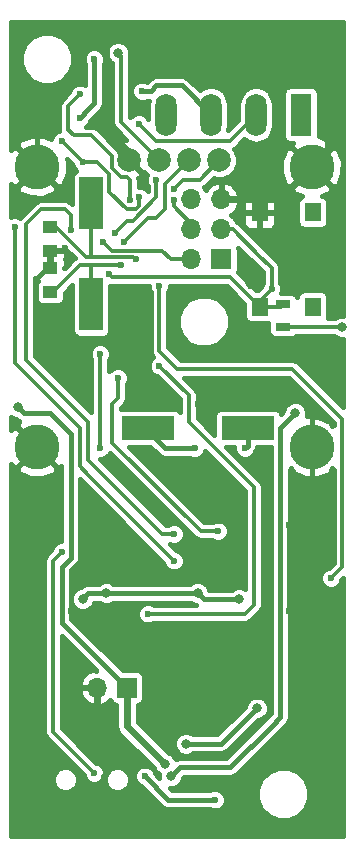
<source format=gbr>
G04 #@! TF.FileFunction,Copper,L2,Bot,Signal*
%FSLAX46Y46*%
G04 Gerber Fmt 4.6, Leading zero omitted, Abs format (unit mm)*
G04 Created by KiCad (PCBNEW 4.0.5) date 03/28/17 16:53:09*
%MOMM*%
%LPD*%
G01*
G04 APERTURE LIST*
%ADD10C,0.100000*%
%ADD11R,1.250000X1.000000*%
%ADD12R,1.700000X1.700000*%
%ADD13O,1.700000X1.700000*%
%ADD14R,1.300000X0.700000*%
%ADD15R,4.500000X2.000000*%
%ADD16R,2.000000X4.500000*%
%ADD17C,2.000000*%
%ADD18C,3.800000*%
%ADD19R,1.400000X1.600000*%
%ADD20R,1.800000X3.600000*%
%ADD21O,1.800000X3.600000*%
%ADD22C,0.800000*%
%ADD23C,0.600000*%
%ADD24C,0.400000*%
%ADD25C,0.500000*%
%ADD26C,0.300000*%
%ADD27C,0.600000*%
G04 APERTURE END LIST*
D10*
D11*
X128750000Y-72000000D03*
X128750000Y-74000000D03*
X128750000Y-70500000D03*
X128750000Y-68500000D03*
D12*
X135250000Y-107500000D03*
D13*
X132710000Y-107500000D03*
D14*
X148500000Y-75050000D03*
X148500000Y-76950000D03*
D15*
X137000000Y-85500000D03*
X145500000Y-85500000D03*
D16*
X132250000Y-75000000D03*
X132250000Y-66500000D03*
D12*
X143250000Y-71250000D03*
D13*
X140710000Y-71250000D03*
X143250000Y-68710000D03*
X140710000Y-68710000D03*
X143250000Y-66170000D03*
X140710000Y-66170000D03*
D17*
X143060000Y-62850000D03*
X140520000Y-62850000D03*
X137980000Y-62850000D03*
X135440000Y-62850000D03*
D18*
X150900000Y-63400000D03*
X127650000Y-63400000D03*
X127650000Y-87150000D03*
X150900000Y-87150000D03*
D19*
X151000000Y-67250000D03*
X151000000Y-75250000D03*
X146500000Y-67250000D03*
X146500000Y-75250000D03*
D20*
X150000000Y-59000000D03*
D21*
X146190000Y-59000000D03*
X142380000Y-59000000D03*
X138570000Y-59000000D03*
D22*
X149500000Y-84250000D03*
X139000000Y-115000000D03*
D23*
X139500000Y-79000000D03*
X152000000Y-79250000D03*
X151250000Y-83750000D03*
X150250000Y-72250000D03*
X147500000Y-69750000D03*
X145500000Y-71750000D03*
X144250000Y-74500000D03*
X145750000Y-73500000D03*
X146500000Y-89500000D03*
X147250000Y-93750000D03*
X128750000Y-59000000D03*
X130000000Y-70250000D03*
X131500000Y-82500000D03*
X137000000Y-77750000D03*
X139250000Y-83500000D03*
X141250000Y-83500000D03*
X144750000Y-96000000D03*
X134000000Y-94000000D03*
X131500000Y-93250000D03*
X131500000Y-97000000D03*
X130500000Y-101000000D03*
X126000000Y-94000000D03*
X127800000Y-115500000D03*
X127500000Y-102750000D03*
X149000000Y-101000000D03*
X152500000Y-103000000D03*
X144250000Y-115250000D03*
X144250000Y-119000000D03*
X149000000Y-93750000D03*
X143000000Y-102750000D03*
X142750000Y-106750000D03*
X136500000Y-56000000D03*
X133250000Y-118250000D03*
X133250000Y-115500000D03*
D22*
X126000000Y-83750000D03*
X138500000Y-114000000D03*
D23*
X147500000Y-73750000D03*
X133750000Y-72500000D03*
D22*
X133500000Y-99500000D03*
X144750000Y-100000000D03*
X131500000Y-100000000D03*
X141250000Y-99500000D03*
X153500000Y-77000000D03*
X134500000Y-53750000D03*
X140250000Y-112250000D03*
X146250000Y-109250000D03*
D23*
X134750000Y-71750000D03*
X136000000Y-71250000D03*
X125750000Y-68500000D03*
X139250000Y-96750000D03*
X130500000Y-68750000D03*
X139250000Y-94500000D03*
X129750000Y-96000000D03*
X132500000Y-114750000D03*
X136250000Y-59750000D03*
X152500000Y-98250000D03*
X138000000Y-73500000D03*
X138000000Y-80250000D03*
X137000000Y-101250000D03*
X134500000Y-81250000D03*
X143000000Y-94250000D03*
X133000000Y-87250000D03*
X133000000Y-79250000D03*
X136750000Y-115000000D03*
X142750000Y-117000000D03*
X141000000Y-87250000D03*
X145250000Y-87250000D03*
X136500000Y-57000000D03*
X136250000Y-66000000D03*
X131500000Y-63000000D03*
X129750000Y-61250000D03*
X131250000Y-59250000D03*
X132500000Y-54250000D03*
X131250000Y-57250000D03*
X135500000Y-66250000D03*
X133250000Y-69750000D03*
X139250000Y-66250000D03*
X135000000Y-69750000D03*
X139250000Y-65250000D03*
X137750000Y-64500000D03*
X134250000Y-69000000D03*
D24*
X148250000Y-87750000D02*
X148250000Y-110000000D01*
X148250000Y-110000000D02*
X147500000Y-110750000D01*
X148250000Y-85500000D02*
X149500000Y-84250000D01*
X148250000Y-87750000D02*
X148250000Y-85500000D01*
X148250000Y-87750000D02*
X148250000Y-87750000D01*
X144000000Y-114250000D02*
X147500000Y-110750000D01*
X139750000Y-114250000D02*
X144000000Y-114250000D01*
X139000000Y-115000000D02*
X139750000Y-114250000D01*
X151750000Y-79000000D02*
X139500000Y-79000000D01*
X152000000Y-79250000D02*
X151750000Y-79000000D01*
D25*
X145500000Y-71750000D02*
X145500000Y-73250000D01*
X150250000Y-72250000D02*
X147750000Y-69750000D01*
X147750000Y-69750000D02*
X147500000Y-69750000D01*
X151000000Y-83750000D02*
X151250000Y-83750000D01*
X145500000Y-73250000D02*
X145750000Y-73500000D01*
D24*
X147250000Y-90250000D02*
X147250000Y-93750000D01*
X146500000Y-89500000D02*
X147250000Y-90250000D01*
X128750000Y-72000000D02*
X128500000Y-72000000D01*
X128500000Y-72000000D02*
X127750000Y-72750000D01*
X130250000Y-80250000D02*
X131500000Y-80250000D01*
X127500000Y-77500000D02*
X130250000Y-80250000D01*
X127500000Y-73000000D02*
X127500000Y-77500000D01*
X127750000Y-72750000D02*
X127500000Y-73000000D01*
X127650000Y-63400000D02*
X127650000Y-60100000D01*
X127650000Y-60100000D02*
X128750000Y-59000000D01*
X129750000Y-70500000D02*
X128750000Y-70500000D01*
X130000000Y-70250000D02*
X129750000Y-70500000D01*
X128750000Y-70500000D02*
X128750000Y-72000000D01*
D26*
X128750000Y-72000000D02*
X128750000Y-70500000D01*
D24*
X131500000Y-82500000D02*
X131500000Y-80250000D01*
X131500000Y-80250000D02*
X131500000Y-78750000D01*
X131500000Y-78750000D02*
X132000000Y-78250000D01*
X132000000Y-78250000D02*
X135500000Y-78250000D01*
X135500000Y-78250000D02*
X136000000Y-78750000D01*
X137000000Y-77750000D02*
X136000000Y-78750000D01*
X136000000Y-78750000D02*
X136000000Y-80250000D01*
X136000000Y-80250000D02*
X139250000Y-83500000D01*
X141250000Y-83500000D02*
X142250000Y-82500000D01*
X142250000Y-82500000D02*
X149750000Y-82500000D01*
X149750000Y-82500000D02*
X151000000Y-83750000D01*
X151000000Y-83750000D02*
X150900000Y-83650000D01*
X150900000Y-83650000D02*
X150900000Y-87150000D01*
X134000000Y-94000000D02*
X134000000Y-95500000D01*
X142750000Y-98000000D02*
X144750000Y-96000000D01*
X136500000Y-98000000D02*
X142750000Y-98000000D01*
X134000000Y-95500000D02*
X136500000Y-98000000D01*
X132250000Y-94000000D02*
X134000000Y-94000000D01*
X131500000Y-93250000D02*
X132250000Y-94000000D01*
X131500000Y-98000000D02*
X131500000Y-97000000D01*
X130500000Y-99000000D02*
X131500000Y-98000000D01*
X130500000Y-101000000D02*
X130500000Y-99000000D01*
X127500000Y-102750000D02*
X126750000Y-102750000D01*
X126000000Y-102000000D02*
X126000000Y-94000000D01*
X126750000Y-102750000D02*
X126000000Y-102000000D01*
X127500000Y-115200000D02*
X127500000Y-102750000D01*
X127500000Y-115200000D02*
X127800000Y-115500000D01*
X149000000Y-93750000D02*
X149000000Y-101000000D01*
X152500000Y-103000000D02*
X152000000Y-103500000D01*
X152000000Y-103500000D02*
X152000000Y-107500000D01*
X152000000Y-107500000D02*
X144250000Y-115250000D01*
X144250000Y-119000000D02*
X143750000Y-119500000D01*
X143750000Y-119500000D02*
X134500000Y-119500000D01*
X134500000Y-119500000D02*
X133250000Y-118250000D01*
X149000000Y-93750000D02*
X150900000Y-91850000D01*
X150900000Y-91850000D02*
X150900000Y-87150000D01*
X143000000Y-106500000D02*
X143000000Y-102750000D01*
X142750000Y-106750000D02*
X143000000Y-106500000D01*
D27*
X146500000Y-67250000D02*
X146500000Y-66170000D01*
X146500000Y-66170000D02*
X146500000Y-66250000D01*
X146500000Y-66250000D02*
X146500000Y-66170000D01*
X143250000Y-66170000D02*
X146500000Y-66170000D01*
X146500000Y-66170000D02*
X148130000Y-66170000D01*
X148130000Y-66170000D02*
X150900000Y-63400000D01*
D24*
X138000000Y-54500000D02*
X138000000Y-52250000D01*
X136500000Y-56000000D02*
X138000000Y-54500000D01*
D27*
X135440000Y-62850000D02*
X135440000Y-62190000D01*
X135440000Y-62190000D02*
X133500000Y-60250000D01*
X133500000Y-60250000D02*
X133500000Y-53000000D01*
X133500000Y-53000000D02*
X134250000Y-52250000D01*
X134250000Y-52250000D02*
X138000000Y-52250000D01*
X138000000Y-52250000D02*
X148750000Y-52250000D01*
X148750000Y-52250000D02*
X152250000Y-55750000D01*
X152250000Y-55750000D02*
X152250000Y-62050000D01*
X152250000Y-62050000D02*
X150900000Y-63400000D01*
D24*
X133250000Y-115500000D02*
X133250000Y-115000000D01*
X132710000Y-110460000D02*
X132710000Y-107500000D01*
X133750000Y-111500000D02*
X132710000Y-110460000D01*
X133750000Y-114500000D02*
X133750000Y-111500000D01*
X133250000Y-115000000D02*
X133750000Y-114500000D01*
D26*
X133250000Y-115500000D02*
X133250000Y-118250000D01*
D24*
X130500000Y-102750000D02*
X129750000Y-102000000D01*
X130500000Y-96500000D02*
X130500000Y-86000000D01*
X129750000Y-97250000D02*
X130500000Y-96500000D01*
X129750000Y-102000000D02*
X129750000Y-97250000D01*
X130500000Y-86000000D02*
X128750000Y-84250000D01*
X126500000Y-84250000D02*
X128750000Y-84250000D01*
X126000000Y-83750000D02*
X126500000Y-84250000D01*
X130500000Y-102750000D02*
X135250000Y-107500000D01*
D27*
X135250000Y-110750000D02*
X135250000Y-107500000D01*
X138500000Y-114000000D02*
X135250000Y-110750000D01*
D26*
X146500000Y-71000000D02*
X147250000Y-71750000D01*
X144210000Y-68710000D02*
X146500000Y-71000000D01*
X143250000Y-68710000D02*
X144210000Y-68710000D01*
X147500000Y-73750000D02*
X146500000Y-74750000D01*
X147500000Y-72000000D02*
X147500000Y-73750000D01*
X147250000Y-71750000D02*
X147500000Y-72000000D01*
X146500000Y-74750000D02*
X146500000Y-75250000D01*
X133750000Y-72500000D02*
X134000000Y-72750000D01*
X134000000Y-72750000D02*
X144000000Y-72750000D01*
X144000000Y-72750000D02*
X146500000Y-75250000D01*
X146500000Y-75250000D02*
X148300000Y-75250000D01*
X148300000Y-75250000D02*
X148500000Y-75050000D01*
D24*
X141250000Y-99500000D02*
X141750000Y-100000000D01*
X141750000Y-100000000D02*
X144750000Y-100000000D01*
X131500000Y-100000000D02*
X132000000Y-99500000D01*
X132000000Y-99500000D02*
X133500000Y-99500000D01*
X133500000Y-99500000D02*
X141250000Y-99500000D01*
D26*
X148500000Y-76950000D02*
X153450000Y-76950000D01*
X153450000Y-76950000D02*
X153500000Y-77000000D01*
X134750000Y-59620000D02*
X137980000Y-62850000D01*
X134750000Y-54000000D02*
X134750000Y-59620000D01*
X134500000Y-53750000D02*
X134750000Y-54000000D01*
D24*
X143250000Y-112250000D02*
X140250000Y-112250000D01*
X146250000Y-109250000D02*
X143250000Y-112250000D01*
D26*
X132250000Y-75000000D02*
X132250000Y-71750000D01*
X128750000Y-74000000D02*
X129000000Y-74000000D01*
X129000000Y-74000000D02*
X131250000Y-71750000D01*
X131250000Y-71750000D02*
X132000000Y-71750000D01*
X134750000Y-71750000D02*
X132250000Y-71750000D01*
X132250000Y-71750000D02*
X132000000Y-71750000D01*
X132250000Y-66500000D02*
X132250000Y-71000000D01*
X128750000Y-68500000D02*
X129250000Y-68500000D01*
X129250000Y-68500000D02*
X131750000Y-71000000D01*
X131750000Y-71000000D02*
X132250000Y-71000000D01*
X132250000Y-71000000D02*
X135750000Y-71000000D01*
X135750000Y-71000000D02*
X136000000Y-71250000D01*
X128750000Y-68500000D02*
X129000000Y-68500000D01*
X132250000Y-67750000D02*
X132250000Y-66500000D01*
X134500000Y-92000000D02*
X132000000Y-89500000D01*
X131250000Y-85500000D02*
X125750000Y-80000000D01*
X131250000Y-88750000D02*
X131250000Y-85500000D01*
X132000000Y-89500000D02*
X131250000Y-88750000D01*
X125750000Y-68500000D02*
X125750000Y-80000000D01*
X134500000Y-92000000D02*
X139250000Y-96750000D01*
X139250000Y-94500000D02*
X138250000Y-94500000D01*
X132000000Y-85000000D02*
X126750000Y-79750000D01*
X132000000Y-88250000D02*
X132000000Y-85000000D01*
X138250000Y-94500000D02*
X132000000Y-88250000D01*
X126750000Y-68250000D02*
X126750000Y-79750000D01*
X128000000Y-67000000D02*
X126750000Y-68250000D01*
X130000000Y-67000000D02*
X128000000Y-67000000D01*
X130500000Y-67500000D02*
X130000000Y-67000000D01*
X130500000Y-68750000D02*
X130500000Y-67500000D01*
X129750000Y-96000000D02*
X129000000Y-96750000D01*
X129000000Y-111250000D02*
X129750000Y-112000000D01*
X129000000Y-96750000D02*
X129000000Y-111250000D01*
X129750000Y-112000000D02*
X131250000Y-113500000D01*
X132500000Y-114750000D02*
X131250000Y-113500000D01*
X136250000Y-59750000D02*
X137750000Y-61250000D01*
X137750000Y-61250000D02*
X143940000Y-61250000D01*
X143940000Y-61250000D02*
X146190000Y-59000000D01*
X153500000Y-97250000D02*
X152500000Y-98250000D01*
X153500000Y-84750000D02*
X153500000Y-97250000D01*
X149250000Y-80500000D02*
X153500000Y-84750000D01*
X139500000Y-80500000D02*
X149250000Y-80500000D01*
X138000000Y-79000000D02*
X139500000Y-80500000D01*
X138000000Y-76000000D02*
X138000000Y-79000000D01*
X138000000Y-73500000D02*
X138000000Y-76000000D01*
X141750000Y-86250000D02*
X143000000Y-87500000D01*
X146000000Y-90500000D02*
X146000000Y-98750000D01*
X143000000Y-87500000D02*
X146000000Y-90500000D01*
X138000000Y-80250000D02*
X140500000Y-82750000D01*
X146000000Y-98750000D02*
X146000000Y-100500000D01*
X146000000Y-100500000D02*
X145250000Y-101250000D01*
X145250000Y-101250000D02*
X137000000Y-101250000D01*
X140500000Y-85000000D02*
X141750000Y-86250000D01*
X140500000Y-82750000D02*
X140500000Y-85000000D01*
X134000000Y-85500000D02*
X134000000Y-86750000D01*
X134500000Y-81250000D02*
X134500000Y-83000000D01*
X134500000Y-83000000D02*
X134000000Y-83500000D01*
X134000000Y-83500000D02*
X134000000Y-85500000D01*
X141500000Y-94250000D02*
X143000000Y-94250000D01*
X134000000Y-86750000D02*
X141500000Y-94250000D01*
X133000000Y-79250000D02*
X133000000Y-87250000D01*
D24*
X136750000Y-115000000D02*
X138750000Y-117000000D01*
X138750000Y-117000000D02*
X142750000Y-117000000D01*
X141000000Y-87250000D02*
X138500000Y-87250000D01*
X138500000Y-87250000D02*
X137000000Y-85750000D01*
X137000000Y-85750000D02*
X137000000Y-85500000D01*
X145500000Y-87000000D02*
X145500000Y-85500000D01*
X145250000Y-87250000D02*
X145500000Y-87000000D01*
X136500000Y-57000000D02*
X137250000Y-57000000D01*
X139880000Y-56500000D02*
X142380000Y-59000000D01*
X137750000Y-56500000D02*
X139880000Y-56500000D01*
X137250000Y-57000000D02*
X137750000Y-56500000D01*
D26*
X132750000Y-63000000D02*
X133750000Y-64000000D01*
X131500000Y-63000000D02*
X132750000Y-63000000D01*
X133750000Y-65500000D02*
X133750000Y-64000000D01*
X135250000Y-67000000D02*
X133750000Y-65500000D01*
X136000000Y-67000000D02*
X135250000Y-67000000D01*
X136250000Y-66750000D02*
X136000000Y-67000000D01*
X136250000Y-66000000D02*
X136250000Y-66750000D01*
X129750000Y-61250000D02*
X131500000Y-63000000D01*
D24*
X132500000Y-54500000D02*
X132500000Y-54250000D01*
X132500000Y-58000000D02*
X132000000Y-58500000D01*
X132500000Y-54500000D02*
X132500000Y-58000000D01*
X132000000Y-58500000D02*
X131250000Y-59250000D01*
D26*
X130250000Y-58250000D02*
X130250000Y-60250000D01*
X131250000Y-57250000D02*
X130250000Y-58250000D01*
X130750000Y-60750000D02*
X132250000Y-60750000D01*
X132250000Y-60750000D02*
X134000000Y-62500000D01*
X134000000Y-62500000D02*
X134000000Y-63500000D01*
X134000000Y-63500000D02*
X134250000Y-63750000D01*
X130250000Y-60250000D02*
X130750000Y-60750000D01*
X134750000Y-64250000D02*
X134250000Y-63750000D01*
X135250000Y-64250000D02*
X134750000Y-64250000D01*
X135500000Y-64500000D02*
X135250000Y-64250000D01*
X135500000Y-66250000D02*
X135500000Y-64500000D01*
X140710000Y-71250000D02*
X139000000Y-71250000D01*
X134000000Y-70500000D02*
X133250000Y-69750000D01*
X138250000Y-70500000D02*
X134000000Y-70500000D01*
X139000000Y-71250000D02*
X138250000Y-70500000D01*
X140710000Y-68210000D02*
X139250000Y-66750000D01*
X139250000Y-66500000D02*
X139250000Y-66750000D01*
X139250000Y-66250000D02*
X139250000Y-66500000D01*
X140710000Y-68210000D02*
X140710000Y-68710000D01*
X137750000Y-67750000D02*
X138500000Y-67000000D01*
X138500000Y-67000000D02*
X138500000Y-64870000D01*
X140520000Y-62850000D02*
X138500000Y-64870000D01*
X135000000Y-69750000D02*
X137000000Y-67750000D01*
X137000000Y-67750000D02*
X137250000Y-67750000D01*
X137250000Y-67750000D02*
X137750000Y-67750000D01*
X143060000Y-62850000D02*
X141410000Y-64500000D01*
X140000000Y-64500000D02*
X141410000Y-64500000D01*
X139250000Y-65250000D02*
X140000000Y-64500000D01*
X137750000Y-66000000D02*
X137750000Y-64500000D01*
X135750000Y-68000000D02*
X137750000Y-66000000D01*
X135250000Y-68000000D02*
X135750000Y-68000000D01*
X134250000Y-69000000D02*
X135250000Y-68000000D01*
D24*
G36*
X125432806Y-84597264D02*
X125800215Y-84749826D01*
X125868515Y-84749886D01*
X125934315Y-84815686D01*
X126146240Y-84957290D01*
X126131033Y-84967451D01*
X125933493Y-85357126D01*
X127650000Y-87073632D01*
X127664142Y-87059490D01*
X127740510Y-87135858D01*
X127726368Y-87150000D01*
X129442874Y-88866507D01*
X129700000Y-88736161D01*
X129700000Y-95099956D01*
X129571764Y-95099844D01*
X129240857Y-95236572D01*
X128987462Y-95489525D01*
X128850157Y-95820194D01*
X128850140Y-95839200D01*
X128469670Y-96219670D01*
X128307090Y-96462987D01*
X128250000Y-96750000D01*
X128250000Y-111250000D01*
X128307090Y-111537013D01*
X128469670Y-111780330D01*
X131599859Y-114910519D01*
X131599844Y-114928236D01*
X131736572Y-115259143D01*
X131989525Y-115512538D01*
X132320194Y-115649843D01*
X132678236Y-115650156D01*
X133009143Y-115513428D01*
X133014638Y-115507942D01*
X133399818Y-115507942D01*
X133559334Y-115894000D01*
X133854446Y-116189628D01*
X134240226Y-116349818D01*
X134657942Y-116350182D01*
X135044000Y-116190666D01*
X135339628Y-115895554D01*
X135499818Y-115509774D01*
X135500182Y-115092058D01*
X135340666Y-114706000D01*
X135045554Y-114410372D01*
X134659774Y-114250182D01*
X134242058Y-114249818D01*
X133856000Y-114409334D01*
X133560372Y-114704446D01*
X133400182Y-115090226D01*
X133399818Y-115507942D01*
X133014638Y-115507942D01*
X133262538Y-115260475D01*
X133399843Y-114929806D01*
X133400156Y-114571764D01*
X133263428Y-114240857D01*
X133010475Y-113987462D01*
X132679806Y-113850157D01*
X132660800Y-113850140D01*
X129750000Y-110939340D01*
X129750000Y-107796914D01*
X131180550Y-107796914D01*
X131410597Y-108359608D01*
X131838466Y-108791434D01*
X132399018Y-109026651D01*
X132413086Y-109029446D01*
X132656000Y-108879944D01*
X132656000Y-107554000D01*
X131329932Y-107554000D01*
X131180550Y-107796914D01*
X129750000Y-107796914D01*
X129750000Y-103131371D01*
X129934314Y-103315685D01*
X129934317Y-103315687D01*
X132655998Y-106037369D01*
X132655998Y-106120055D01*
X132413086Y-105970554D01*
X132399018Y-105973349D01*
X131838466Y-106208566D01*
X131410597Y-106640392D01*
X131180550Y-107203086D01*
X131329932Y-107446000D01*
X132656000Y-107446000D01*
X132656000Y-107426000D01*
X132764000Y-107426000D01*
X132764000Y-107446000D01*
X132784000Y-107446000D01*
X132784000Y-107554000D01*
X132764000Y-107554000D01*
X132764000Y-108879944D01*
X133006914Y-109029446D01*
X133020982Y-109026651D01*
X133581534Y-108791434D01*
X133825061Y-108545655D01*
X133830083Y-108572346D01*
X133961490Y-108776558D01*
X134161993Y-108913556D01*
X134350000Y-108951629D01*
X134350000Y-110750000D01*
X134418508Y-111094415D01*
X134613604Y-111386396D01*
X137552341Y-114325133D01*
X137651747Y-114565714D01*
X137932806Y-114847264D01*
X138000109Y-114875211D01*
X137999896Y-115118526D01*
X137612852Y-114731482D01*
X137513428Y-114490857D01*
X137260475Y-114237462D01*
X136929806Y-114100157D01*
X136571764Y-114099844D01*
X136240857Y-114236572D01*
X135987462Y-114489525D01*
X135850157Y-114820194D01*
X135849844Y-115178236D01*
X135986572Y-115509143D01*
X136239525Y-115762538D01*
X136481746Y-115863117D01*
X138184314Y-117565685D01*
X138443853Y-117739104D01*
X138750000Y-117800000D01*
X142329744Y-117800000D01*
X142570194Y-117899843D01*
X142928236Y-117900156D01*
X143259143Y-117763428D01*
X143512538Y-117510475D01*
X143649843Y-117179806D01*
X143650056Y-116935687D01*
X146299619Y-116935687D01*
X146633843Y-117744572D01*
X147252173Y-118363982D01*
X148060473Y-118699618D01*
X148935687Y-118700381D01*
X149744572Y-118366157D01*
X150363982Y-117747827D01*
X150699618Y-116939527D01*
X150700381Y-116064313D01*
X150366157Y-115255428D01*
X149747827Y-114636018D01*
X148939527Y-114300382D01*
X148064313Y-114299619D01*
X147255428Y-114633843D01*
X146636018Y-115252173D01*
X146300382Y-116060473D01*
X146299619Y-116935687D01*
X143650056Y-116935687D01*
X143650156Y-116821764D01*
X143513428Y-116490857D01*
X143260475Y-116237462D01*
X142929806Y-116100157D01*
X142571764Y-116099844D01*
X142329368Y-116200000D01*
X139081371Y-116200000D01*
X138881267Y-115999897D01*
X139198040Y-116000173D01*
X139565714Y-115848253D01*
X139847264Y-115567194D01*
X139999826Y-115199785D01*
X139999886Y-115131485D01*
X140081371Y-115050000D01*
X144000000Y-115050000D01*
X144306147Y-114989104D01*
X144565685Y-114815685D01*
X148065685Y-111315686D01*
X148065687Y-111315683D01*
X148815685Y-110565686D01*
X148989104Y-110306147D01*
X149000307Y-110249826D01*
X149050000Y-110000000D01*
X149050000Y-89054986D01*
X149060692Y-89065678D01*
X149183494Y-88942876D01*
X149381033Y-89332549D01*
X150331883Y-89747696D01*
X151369223Y-89767367D01*
X152335129Y-89388568D01*
X152418967Y-89332549D01*
X152616506Y-88942876D01*
X152739308Y-89065678D01*
X152750000Y-89054986D01*
X152750000Y-96939340D01*
X152339481Y-97349859D01*
X152321764Y-97349844D01*
X151990857Y-97486572D01*
X151737462Y-97739525D01*
X151600157Y-98070194D01*
X151599844Y-98428236D01*
X151736572Y-98759143D01*
X151989525Y-99012538D01*
X152320194Y-99149843D01*
X152678236Y-99150156D01*
X153009143Y-99013428D01*
X153262538Y-98760475D01*
X153399843Y-98429806D01*
X153399860Y-98410800D01*
X153575000Y-98235660D01*
X153575000Y-120075000D01*
X125425000Y-120075000D01*
X125425000Y-115507942D01*
X128999818Y-115507942D01*
X129159334Y-115894000D01*
X129454446Y-116189628D01*
X129840226Y-116349818D01*
X130257942Y-116350182D01*
X130644000Y-116190666D01*
X130939628Y-115895554D01*
X131099818Y-115509774D01*
X131100182Y-115092058D01*
X130940666Y-114706000D01*
X130645554Y-114410372D01*
X130259774Y-114250182D01*
X129842058Y-114249818D01*
X129456000Y-114409334D01*
X129160372Y-114704446D01*
X129000182Y-115090226D01*
X128999818Y-115507942D01*
X125425000Y-115507942D01*
X125425000Y-88942874D01*
X125933493Y-88942874D01*
X126131033Y-89332549D01*
X127081883Y-89747696D01*
X128119223Y-89767367D01*
X129085129Y-89388568D01*
X129168967Y-89332549D01*
X129366507Y-88942874D01*
X127650000Y-87226368D01*
X125933493Y-88942874D01*
X125425000Y-88942874D01*
X125425000Y-88605435D01*
X125467451Y-88668967D01*
X125857126Y-88866507D01*
X127573632Y-87150000D01*
X125857126Y-85433493D01*
X125467451Y-85631033D01*
X125425000Y-85728262D01*
X125425000Y-84589444D01*
X125432806Y-84597264D01*
X125432806Y-84597264D01*
G37*
X125432806Y-84597264D02*
X125800215Y-84749826D01*
X125868515Y-84749886D01*
X125934315Y-84815686D01*
X126146240Y-84957290D01*
X126131033Y-84967451D01*
X125933493Y-85357126D01*
X127650000Y-87073632D01*
X127664142Y-87059490D01*
X127740510Y-87135858D01*
X127726368Y-87150000D01*
X129442874Y-88866507D01*
X129700000Y-88736161D01*
X129700000Y-95099956D01*
X129571764Y-95099844D01*
X129240857Y-95236572D01*
X128987462Y-95489525D01*
X128850157Y-95820194D01*
X128850140Y-95839200D01*
X128469670Y-96219670D01*
X128307090Y-96462987D01*
X128250000Y-96750000D01*
X128250000Y-111250000D01*
X128307090Y-111537013D01*
X128469670Y-111780330D01*
X131599859Y-114910519D01*
X131599844Y-114928236D01*
X131736572Y-115259143D01*
X131989525Y-115512538D01*
X132320194Y-115649843D01*
X132678236Y-115650156D01*
X133009143Y-115513428D01*
X133014638Y-115507942D01*
X133399818Y-115507942D01*
X133559334Y-115894000D01*
X133854446Y-116189628D01*
X134240226Y-116349818D01*
X134657942Y-116350182D01*
X135044000Y-116190666D01*
X135339628Y-115895554D01*
X135499818Y-115509774D01*
X135500182Y-115092058D01*
X135340666Y-114706000D01*
X135045554Y-114410372D01*
X134659774Y-114250182D01*
X134242058Y-114249818D01*
X133856000Y-114409334D01*
X133560372Y-114704446D01*
X133400182Y-115090226D01*
X133399818Y-115507942D01*
X133014638Y-115507942D01*
X133262538Y-115260475D01*
X133399843Y-114929806D01*
X133400156Y-114571764D01*
X133263428Y-114240857D01*
X133010475Y-113987462D01*
X132679806Y-113850157D01*
X132660800Y-113850140D01*
X129750000Y-110939340D01*
X129750000Y-107796914D01*
X131180550Y-107796914D01*
X131410597Y-108359608D01*
X131838466Y-108791434D01*
X132399018Y-109026651D01*
X132413086Y-109029446D01*
X132656000Y-108879944D01*
X132656000Y-107554000D01*
X131329932Y-107554000D01*
X131180550Y-107796914D01*
X129750000Y-107796914D01*
X129750000Y-103131371D01*
X129934314Y-103315685D01*
X129934317Y-103315687D01*
X132655998Y-106037369D01*
X132655998Y-106120055D01*
X132413086Y-105970554D01*
X132399018Y-105973349D01*
X131838466Y-106208566D01*
X131410597Y-106640392D01*
X131180550Y-107203086D01*
X131329932Y-107446000D01*
X132656000Y-107446000D01*
X132656000Y-107426000D01*
X132764000Y-107426000D01*
X132764000Y-107446000D01*
X132784000Y-107446000D01*
X132784000Y-107554000D01*
X132764000Y-107554000D01*
X132764000Y-108879944D01*
X133006914Y-109029446D01*
X133020982Y-109026651D01*
X133581534Y-108791434D01*
X133825061Y-108545655D01*
X133830083Y-108572346D01*
X133961490Y-108776558D01*
X134161993Y-108913556D01*
X134350000Y-108951629D01*
X134350000Y-110750000D01*
X134418508Y-111094415D01*
X134613604Y-111386396D01*
X137552341Y-114325133D01*
X137651747Y-114565714D01*
X137932806Y-114847264D01*
X138000109Y-114875211D01*
X137999896Y-115118526D01*
X137612852Y-114731482D01*
X137513428Y-114490857D01*
X137260475Y-114237462D01*
X136929806Y-114100157D01*
X136571764Y-114099844D01*
X136240857Y-114236572D01*
X135987462Y-114489525D01*
X135850157Y-114820194D01*
X135849844Y-115178236D01*
X135986572Y-115509143D01*
X136239525Y-115762538D01*
X136481746Y-115863117D01*
X138184314Y-117565685D01*
X138443853Y-117739104D01*
X138750000Y-117800000D01*
X142329744Y-117800000D01*
X142570194Y-117899843D01*
X142928236Y-117900156D01*
X143259143Y-117763428D01*
X143512538Y-117510475D01*
X143649843Y-117179806D01*
X143650056Y-116935687D01*
X146299619Y-116935687D01*
X146633843Y-117744572D01*
X147252173Y-118363982D01*
X148060473Y-118699618D01*
X148935687Y-118700381D01*
X149744572Y-118366157D01*
X150363982Y-117747827D01*
X150699618Y-116939527D01*
X150700381Y-116064313D01*
X150366157Y-115255428D01*
X149747827Y-114636018D01*
X148939527Y-114300382D01*
X148064313Y-114299619D01*
X147255428Y-114633843D01*
X146636018Y-115252173D01*
X146300382Y-116060473D01*
X146299619Y-116935687D01*
X143650056Y-116935687D01*
X143650156Y-116821764D01*
X143513428Y-116490857D01*
X143260475Y-116237462D01*
X142929806Y-116100157D01*
X142571764Y-116099844D01*
X142329368Y-116200000D01*
X139081371Y-116200000D01*
X138881267Y-115999897D01*
X139198040Y-116000173D01*
X139565714Y-115848253D01*
X139847264Y-115567194D01*
X139999826Y-115199785D01*
X139999886Y-115131485D01*
X140081371Y-115050000D01*
X144000000Y-115050000D01*
X144306147Y-114989104D01*
X144565685Y-114815685D01*
X148065685Y-111315686D01*
X148065687Y-111315683D01*
X148815685Y-110565686D01*
X148989104Y-110306147D01*
X149000307Y-110249826D01*
X149050000Y-110000000D01*
X149050000Y-89054986D01*
X149060692Y-89065678D01*
X149183494Y-88942876D01*
X149381033Y-89332549D01*
X150331883Y-89747696D01*
X151369223Y-89767367D01*
X152335129Y-89388568D01*
X152418967Y-89332549D01*
X152616506Y-88942876D01*
X152739308Y-89065678D01*
X152750000Y-89054986D01*
X152750000Y-96939340D01*
X152339481Y-97349859D01*
X152321764Y-97349844D01*
X151990857Y-97486572D01*
X151737462Y-97739525D01*
X151600157Y-98070194D01*
X151599844Y-98428236D01*
X151736572Y-98759143D01*
X151989525Y-99012538D01*
X152320194Y-99149843D01*
X152678236Y-99150156D01*
X153009143Y-99013428D01*
X153262538Y-98760475D01*
X153399843Y-98429806D01*
X153399860Y-98410800D01*
X153575000Y-98235660D01*
X153575000Y-120075000D01*
X125425000Y-120075000D01*
X125425000Y-115507942D01*
X128999818Y-115507942D01*
X129159334Y-115894000D01*
X129454446Y-116189628D01*
X129840226Y-116349818D01*
X130257942Y-116350182D01*
X130644000Y-116190666D01*
X130939628Y-115895554D01*
X131099818Y-115509774D01*
X131100182Y-115092058D01*
X130940666Y-114706000D01*
X130645554Y-114410372D01*
X130259774Y-114250182D01*
X129842058Y-114249818D01*
X129456000Y-114409334D01*
X129160372Y-114704446D01*
X129000182Y-115090226D01*
X128999818Y-115507942D01*
X125425000Y-115507942D01*
X125425000Y-88942874D01*
X125933493Y-88942874D01*
X126131033Y-89332549D01*
X127081883Y-89747696D01*
X128119223Y-89767367D01*
X129085129Y-89388568D01*
X129168967Y-89332549D01*
X129366507Y-88942874D01*
X127650000Y-87226368D01*
X125933493Y-88942874D01*
X125425000Y-88942874D01*
X125425000Y-88605435D01*
X125467451Y-88668967D01*
X125857126Y-88866507D01*
X127573632Y-87150000D01*
X125857126Y-85433493D01*
X125467451Y-85631033D01*
X125425000Y-85728262D01*
X125425000Y-84589444D01*
X125432806Y-84597264D01*
G36*
X144349844Y-87428236D02*
X144486572Y-87759143D01*
X144739525Y-88012538D01*
X145070194Y-88149843D01*
X145428236Y-88150156D01*
X145759143Y-88013428D01*
X146012538Y-87760475D01*
X146138952Y-87456035D01*
X146239104Y-87306147D01*
X146257634Y-87212988D01*
X146277771Y-87111754D01*
X147450000Y-87111754D01*
X147450000Y-109668629D01*
X146934317Y-110184313D01*
X146934314Y-110184315D01*
X143668630Y-113450000D01*
X139750000Y-113450000D01*
X139443853Y-113510896D01*
X139393743Y-113544379D01*
X139348253Y-113434286D01*
X139067194Y-113152736D01*
X138824932Y-113052140D01*
X138220832Y-112448040D01*
X139249827Y-112448040D01*
X139401747Y-112815714D01*
X139682806Y-113097264D01*
X140050215Y-113249826D01*
X140448040Y-113250173D01*
X140815714Y-113098253D01*
X140864051Y-113050000D01*
X143250000Y-113050000D01*
X143556147Y-112989104D01*
X143815685Y-112815685D01*
X146381256Y-110250115D01*
X146448040Y-110250173D01*
X146815714Y-110098253D01*
X147097264Y-109817194D01*
X147249826Y-109449785D01*
X147250173Y-109051960D01*
X147098253Y-108684286D01*
X146817194Y-108402736D01*
X146449785Y-108250174D01*
X146051960Y-108249827D01*
X145684286Y-108401747D01*
X145402736Y-108682806D01*
X145250174Y-109050215D01*
X145250114Y-109118515D01*
X142918630Y-111450000D01*
X140864376Y-111450000D01*
X140817194Y-111402736D01*
X140449785Y-111250174D01*
X140051960Y-111249827D01*
X139684286Y-111401747D01*
X139402736Y-111682806D01*
X139250174Y-112050215D01*
X139249827Y-112448040D01*
X138220832Y-112448040D01*
X136150000Y-110377208D01*
X136150000Y-108952346D01*
X136322346Y-108919917D01*
X136526558Y-108788510D01*
X136663556Y-108588007D01*
X136711754Y-108350000D01*
X136711754Y-106650000D01*
X136669917Y-106427654D01*
X136538510Y-106223442D01*
X136338007Y-106086444D01*
X136100000Y-106038246D01*
X134919617Y-106038246D01*
X131065687Y-102184317D01*
X131065685Y-102184314D01*
X130550000Y-101668630D01*
X130550000Y-100319468D01*
X130651747Y-100565714D01*
X130932806Y-100847264D01*
X131300215Y-100999826D01*
X131698040Y-101000173D01*
X132065714Y-100848253D01*
X132347264Y-100567194D01*
X132458213Y-100300000D01*
X132885624Y-100300000D01*
X132932806Y-100347264D01*
X133300215Y-100499826D01*
X133698040Y-100500173D01*
X134065714Y-100348253D01*
X134114051Y-100300000D01*
X140635624Y-100300000D01*
X140682806Y-100347264D01*
X141050215Y-100499826D01*
X141118515Y-100499886D01*
X141118629Y-100500000D01*
X137522991Y-100500000D01*
X137510475Y-100487462D01*
X137179806Y-100350157D01*
X136821764Y-100349844D01*
X136490857Y-100486572D01*
X136237462Y-100739525D01*
X136100157Y-101070194D01*
X136099844Y-101428236D01*
X136236572Y-101759143D01*
X136489525Y-102012538D01*
X136820194Y-102149843D01*
X137178236Y-102150156D01*
X137509143Y-102013428D01*
X137522594Y-102000000D01*
X145250000Y-102000000D01*
X145537013Y-101942910D01*
X145780330Y-101780330D01*
X146530330Y-101030330D01*
X146692910Y-100787013D01*
X146750000Y-100500000D01*
X146750000Y-90500000D01*
X146692910Y-90212987D01*
X146530330Y-89969670D01*
X143672414Y-87111754D01*
X144350121Y-87111754D01*
X144349844Y-87428236D01*
X144349844Y-87428236D01*
G37*
X144349844Y-87428236D02*
X144486572Y-87759143D01*
X144739525Y-88012538D01*
X145070194Y-88149843D01*
X145428236Y-88150156D01*
X145759143Y-88013428D01*
X146012538Y-87760475D01*
X146138952Y-87456035D01*
X146239104Y-87306147D01*
X146257634Y-87212988D01*
X146277771Y-87111754D01*
X147450000Y-87111754D01*
X147450000Y-109668629D01*
X146934317Y-110184313D01*
X146934314Y-110184315D01*
X143668630Y-113450000D01*
X139750000Y-113450000D01*
X139443853Y-113510896D01*
X139393743Y-113544379D01*
X139348253Y-113434286D01*
X139067194Y-113152736D01*
X138824932Y-113052140D01*
X138220832Y-112448040D01*
X139249827Y-112448040D01*
X139401747Y-112815714D01*
X139682806Y-113097264D01*
X140050215Y-113249826D01*
X140448040Y-113250173D01*
X140815714Y-113098253D01*
X140864051Y-113050000D01*
X143250000Y-113050000D01*
X143556147Y-112989104D01*
X143815685Y-112815685D01*
X146381256Y-110250115D01*
X146448040Y-110250173D01*
X146815714Y-110098253D01*
X147097264Y-109817194D01*
X147249826Y-109449785D01*
X147250173Y-109051960D01*
X147098253Y-108684286D01*
X146817194Y-108402736D01*
X146449785Y-108250174D01*
X146051960Y-108249827D01*
X145684286Y-108401747D01*
X145402736Y-108682806D01*
X145250174Y-109050215D01*
X145250114Y-109118515D01*
X142918630Y-111450000D01*
X140864376Y-111450000D01*
X140817194Y-111402736D01*
X140449785Y-111250174D01*
X140051960Y-111249827D01*
X139684286Y-111401747D01*
X139402736Y-111682806D01*
X139250174Y-112050215D01*
X139249827Y-112448040D01*
X138220832Y-112448040D01*
X136150000Y-110377208D01*
X136150000Y-108952346D01*
X136322346Y-108919917D01*
X136526558Y-108788510D01*
X136663556Y-108588007D01*
X136711754Y-108350000D01*
X136711754Y-106650000D01*
X136669917Y-106427654D01*
X136538510Y-106223442D01*
X136338007Y-106086444D01*
X136100000Y-106038246D01*
X134919617Y-106038246D01*
X131065687Y-102184317D01*
X131065685Y-102184314D01*
X130550000Y-101668630D01*
X130550000Y-100319468D01*
X130651747Y-100565714D01*
X130932806Y-100847264D01*
X131300215Y-100999826D01*
X131698040Y-101000173D01*
X132065714Y-100848253D01*
X132347264Y-100567194D01*
X132458213Y-100300000D01*
X132885624Y-100300000D01*
X132932806Y-100347264D01*
X133300215Y-100499826D01*
X133698040Y-100500173D01*
X134065714Y-100348253D01*
X134114051Y-100300000D01*
X140635624Y-100300000D01*
X140682806Y-100347264D01*
X141050215Y-100499826D01*
X141118515Y-100499886D01*
X141118629Y-100500000D01*
X137522991Y-100500000D01*
X137510475Y-100487462D01*
X137179806Y-100350157D01*
X136821764Y-100349844D01*
X136490857Y-100486572D01*
X136237462Y-100739525D01*
X136100157Y-101070194D01*
X136099844Y-101428236D01*
X136236572Y-101759143D01*
X136489525Y-102012538D01*
X136820194Y-102149843D01*
X137178236Y-102150156D01*
X137509143Y-102013428D01*
X137522594Y-102000000D01*
X145250000Y-102000000D01*
X145537013Y-101942910D01*
X145780330Y-101780330D01*
X146530330Y-101030330D01*
X146692910Y-100787013D01*
X146750000Y-100500000D01*
X146750000Y-90500000D01*
X146692910Y-90212987D01*
X146530330Y-89969670D01*
X143672414Y-87111754D01*
X144350121Y-87111754D01*
X144349844Y-87428236D01*
G36*
X137934314Y-87815685D02*
X138124719Y-87942910D01*
X138193853Y-87989104D01*
X138500000Y-88050000D01*
X140579744Y-88050000D01*
X140820194Y-88149843D01*
X141178236Y-88150156D01*
X141509143Y-88013428D01*
X141762538Y-87760475D01*
X141890836Y-87451496D01*
X145250000Y-90810660D01*
X145250000Y-99124835D01*
X144949785Y-99000174D01*
X144551960Y-98999827D01*
X144184286Y-99151747D01*
X144135949Y-99200000D01*
X142208044Y-99200000D01*
X142098253Y-98934286D01*
X141817194Y-98652736D01*
X141449785Y-98500174D01*
X141051960Y-98499827D01*
X140684286Y-98651747D01*
X140635949Y-98700000D01*
X134114376Y-98700000D01*
X134067194Y-98652736D01*
X133699785Y-98500174D01*
X133301960Y-98499827D01*
X132934286Y-98651747D01*
X132885949Y-98700000D01*
X132000000Y-98700000D01*
X131693853Y-98760896D01*
X131434315Y-98934314D01*
X131368744Y-98999885D01*
X131301960Y-98999827D01*
X130934286Y-99151747D01*
X130652736Y-99432806D01*
X130550000Y-99680221D01*
X130550000Y-97581370D01*
X131065685Y-97065686D01*
X131239104Y-96806147D01*
X131256305Y-96719670D01*
X131300000Y-96500000D01*
X131300000Y-89860660D01*
X138349859Y-96910519D01*
X138349844Y-96928236D01*
X138486572Y-97259143D01*
X138739525Y-97512538D01*
X139070194Y-97649843D01*
X139428236Y-97650156D01*
X139759143Y-97513428D01*
X140012538Y-97260475D01*
X140149843Y-96929806D01*
X140150156Y-96571764D01*
X140013428Y-96240857D01*
X139760475Y-95987462D01*
X139429806Y-95850157D01*
X139410800Y-95850140D01*
X138882613Y-95321953D01*
X139070194Y-95399843D01*
X139428236Y-95400156D01*
X139759143Y-95263428D01*
X140012538Y-95010475D01*
X140149843Y-94679806D01*
X140150156Y-94321764D01*
X140013428Y-93990857D01*
X139760475Y-93737462D01*
X139429806Y-93600157D01*
X139071764Y-93599844D01*
X138740857Y-93736572D01*
X138727406Y-93750000D01*
X138560660Y-93750000D01*
X132960626Y-88149966D01*
X133178236Y-88150156D01*
X133509143Y-88013428D01*
X133762538Y-87760475D01*
X133817486Y-87628146D01*
X140969670Y-94780330D01*
X141212987Y-94942910D01*
X141500000Y-95000000D01*
X142477009Y-95000000D01*
X142489525Y-95012538D01*
X142820194Y-95149843D01*
X143178236Y-95150156D01*
X143509143Y-95013428D01*
X143762538Y-94760475D01*
X143899843Y-94429806D01*
X143900156Y-94071764D01*
X143763428Y-93740857D01*
X143510475Y-93487462D01*
X143179806Y-93350157D01*
X142821764Y-93349844D01*
X142490857Y-93486572D01*
X142477406Y-93500000D01*
X141810660Y-93500000D01*
X135422414Y-87111754D01*
X137230383Y-87111754D01*
X137934314Y-87815685D01*
X137934314Y-87815685D01*
G37*
X137934314Y-87815685D02*
X138124719Y-87942910D01*
X138193853Y-87989104D01*
X138500000Y-88050000D01*
X140579744Y-88050000D01*
X140820194Y-88149843D01*
X141178236Y-88150156D01*
X141509143Y-88013428D01*
X141762538Y-87760475D01*
X141890836Y-87451496D01*
X145250000Y-90810660D01*
X145250000Y-99124835D01*
X144949785Y-99000174D01*
X144551960Y-98999827D01*
X144184286Y-99151747D01*
X144135949Y-99200000D01*
X142208044Y-99200000D01*
X142098253Y-98934286D01*
X141817194Y-98652736D01*
X141449785Y-98500174D01*
X141051960Y-98499827D01*
X140684286Y-98651747D01*
X140635949Y-98700000D01*
X134114376Y-98700000D01*
X134067194Y-98652736D01*
X133699785Y-98500174D01*
X133301960Y-98499827D01*
X132934286Y-98651747D01*
X132885949Y-98700000D01*
X132000000Y-98700000D01*
X131693853Y-98760896D01*
X131434315Y-98934314D01*
X131368744Y-98999885D01*
X131301960Y-98999827D01*
X130934286Y-99151747D01*
X130652736Y-99432806D01*
X130550000Y-99680221D01*
X130550000Y-97581370D01*
X131065685Y-97065686D01*
X131239104Y-96806147D01*
X131256305Y-96719670D01*
X131300000Y-96500000D01*
X131300000Y-89860660D01*
X138349859Y-96910519D01*
X138349844Y-96928236D01*
X138486572Y-97259143D01*
X138739525Y-97512538D01*
X139070194Y-97649843D01*
X139428236Y-97650156D01*
X139759143Y-97513428D01*
X140012538Y-97260475D01*
X140149843Y-96929806D01*
X140150156Y-96571764D01*
X140013428Y-96240857D01*
X139760475Y-95987462D01*
X139429806Y-95850157D01*
X139410800Y-95850140D01*
X138882613Y-95321953D01*
X139070194Y-95399843D01*
X139428236Y-95400156D01*
X139759143Y-95263428D01*
X140012538Y-95010475D01*
X140149843Y-94679806D01*
X140150156Y-94321764D01*
X140013428Y-93990857D01*
X139760475Y-93737462D01*
X139429806Y-93600157D01*
X139071764Y-93599844D01*
X138740857Y-93736572D01*
X138727406Y-93750000D01*
X138560660Y-93750000D01*
X132960626Y-88149966D01*
X133178236Y-88150156D01*
X133509143Y-88013428D01*
X133762538Y-87760475D01*
X133817486Y-87628146D01*
X140969670Y-94780330D01*
X141212987Y-94942910D01*
X141500000Y-95000000D01*
X142477009Y-95000000D01*
X142489525Y-95012538D01*
X142820194Y-95149843D01*
X143178236Y-95150156D01*
X143509143Y-95013428D01*
X143762538Y-94760475D01*
X143899843Y-94429806D01*
X143900156Y-94071764D01*
X143763428Y-93740857D01*
X143510475Y-93487462D01*
X143179806Y-93350157D01*
X142821764Y-93349844D01*
X142490857Y-93486572D01*
X142477406Y-93500000D01*
X141810660Y-93500000D01*
X135422414Y-87111754D01*
X137230383Y-87111754D01*
X137934314Y-87815685D01*
G36*
X150990510Y-87135858D02*
X150976368Y-87150000D01*
X150990510Y-87164142D01*
X150914142Y-87240510D01*
X150900000Y-87226368D01*
X150885858Y-87240510D01*
X150809490Y-87164142D01*
X150823632Y-87150000D01*
X150809490Y-87135858D01*
X150885858Y-87059490D01*
X150900000Y-87073632D01*
X150914142Y-87059490D01*
X150990510Y-87135858D01*
X150990510Y-87135858D01*
G37*
X150990510Y-87135858D02*
X150976368Y-87150000D01*
X150990510Y-87164142D01*
X150914142Y-87240510D01*
X150900000Y-87226368D01*
X150885858Y-87240510D01*
X150809490Y-87164142D01*
X150823632Y-87150000D01*
X150809490Y-87135858D01*
X150885858Y-87059490D01*
X150900000Y-87073632D01*
X150914142Y-87059490D01*
X150990510Y-87135858D01*
G36*
X152750000Y-85060660D02*
X152750000Y-85245014D01*
X152739308Y-85234322D01*
X152616506Y-85357124D01*
X152418967Y-84967451D01*
X151468117Y-84552304D01*
X150465154Y-84533285D01*
X150499826Y-84449785D01*
X150500173Y-84051960D01*
X150348253Y-83684286D01*
X150067194Y-83402736D01*
X149699785Y-83250174D01*
X149301960Y-83249827D01*
X148934286Y-83401747D01*
X148652736Y-83682806D01*
X148500174Y-84050215D01*
X148500114Y-84118516D01*
X148323252Y-84295378D01*
X148319917Y-84277654D01*
X148188510Y-84073442D01*
X147988007Y-83936444D01*
X147750000Y-83888246D01*
X143250000Y-83888246D01*
X143027654Y-83930083D01*
X142823442Y-84061490D01*
X142686444Y-84261993D01*
X142638246Y-84500000D01*
X142638246Y-86077586D01*
X141250000Y-84689340D01*
X141250000Y-82750000D01*
X141192910Y-82462987D01*
X141030330Y-82219670D01*
X140060660Y-81250000D01*
X148939340Y-81250000D01*
X152750000Y-85060660D01*
X152750000Y-85060660D01*
G37*
X152750000Y-85060660D02*
X152750000Y-85245014D01*
X152739308Y-85234322D01*
X152616506Y-85357124D01*
X152418967Y-84967451D01*
X151468117Y-84552304D01*
X150465154Y-84533285D01*
X150499826Y-84449785D01*
X150500173Y-84051960D01*
X150348253Y-83684286D01*
X150067194Y-83402736D01*
X149699785Y-83250174D01*
X149301960Y-83249827D01*
X148934286Y-83401747D01*
X148652736Y-83682806D01*
X148500174Y-84050215D01*
X148500114Y-84118516D01*
X148323252Y-84295378D01*
X148319917Y-84277654D01*
X148188510Y-84073442D01*
X147988007Y-83936444D01*
X147750000Y-83888246D01*
X143250000Y-83888246D01*
X143027654Y-83930083D01*
X142823442Y-84061490D01*
X142686444Y-84261993D01*
X142638246Y-84500000D01*
X142638246Y-86077586D01*
X141250000Y-84689340D01*
X141250000Y-82750000D01*
X141192910Y-82462987D01*
X141030330Y-82219670D01*
X140060660Y-81250000D01*
X148939340Y-81250000D01*
X152750000Y-85060660D01*
G36*
X127524787Y-72901050D02*
X127693078Y-73069341D01*
X127561444Y-73261993D01*
X127513246Y-73500000D01*
X127513246Y-74500000D01*
X127555083Y-74722346D01*
X127686490Y-74926558D01*
X127886993Y-75063556D01*
X128125000Y-75111754D01*
X129375000Y-75111754D01*
X129597346Y-75069917D01*
X129801558Y-74938510D01*
X129938556Y-74738007D01*
X129986754Y-74500000D01*
X129986754Y-74073906D01*
X130638246Y-73422414D01*
X130638246Y-77250000D01*
X130680083Y-77472346D01*
X130811490Y-77676558D01*
X131011993Y-77813556D01*
X131250000Y-77861754D01*
X133250000Y-77861754D01*
X133472346Y-77819917D01*
X133676558Y-77688510D01*
X133813556Y-77488007D01*
X133861754Y-77250000D01*
X133861754Y-73472501D01*
X134000000Y-73500000D01*
X137100000Y-73500000D01*
X137099844Y-73678236D01*
X137236572Y-74009143D01*
X137250000Y-74022594D01*
X137250000Y-79000000D01*
X137307090Y-79287013D01*
X137460608Y-79516768D01*
X137237462Y-79739525D01*
X137100157Y-80070194D01*
X137099844Y-80428236D01*
X137236572Y-80759143D01*
X137489525Y-81012538D01*
X137820194Y-81149843D01*
X137839200Y-81149860D01*
X139750000Y-83060660D01*
X139750000Y-84169000D01*
X139688510Y-84073442D01*
X139488007Y-83936444D01*
X139250000Y-83888246D01*
X134750000Y-83888246D01*
X134750000Y-83810660D01*
X135030330Y-83530330D01*
X135115586Y-83402736D01*
X135192910Y-83287013D01*
X135250000Y-83000000D01*
X135250000Y-81772991D01*
X135262538Y-81760475D01*
X135399843Y-81429806D01*
X135400156Y-81071764D01*
X135263428Y-80740857D01*
X135010475Y-80487462D01*
X134679806Y-80350157D01*
X134321764Y-80349844D01*
X133990857Y-80486572D01*
X133750000Y-80727009D01*
X133750000Y-79772991D01*
X133762538Y-79760475D01*
X133899843Y-79429806D01*
X133900156Y-79071764D01*
X133763428Y-78740857D01*
X133510475Y-78487462D01*
X133179806Y-78350157D01*
X132821764Y-78349844D01*
X132490857Y-78486572D01*
X132237462Y-78739525D01*
X132100157Y-79070194D01*
X132099844Y-79428236D01*
X132236572Y-79759143D01*
X132250000Y-79772594D01*
X132250000Y-84189340D01*
X127500000Y-79439340D01*
X127500000Y-72841209D01*
X127524787Y-72901050D01*
X127524787Y-72901050D01*
G37*
X127524787Y-72901050D02*
X127693078Y-73069341D01*
X127561444Y-73261993D01*
X127513246Y-73500000D01*
X127513246Y-74500000D01*
X127555083Y-74722346D01*
X127686490Y-74926558D01*
X127886993Y-75063556D01*
X128125000Y-75111754D01*
X129375000Y-75111754D01*
X129597346Y-75069917D01*
X129801558Y-74938510D01*
X129938556Y-74738007D01*
X129986754Y-74500000D01*
X129986754Y-74073906D01*
X130638246Y-73422414D01*
X130638246Y-77250000D01*
X130680083Y-77472346D01*
X130811490Y-77676558D01*
X131011993Y-77813556D01*
X131250000Y-77861754D01*
X133250000Y-77861754D01*
X133472346Y-77819917D01*
X133676558Y-77688510D01*
X133813556Y-77488007D01*
X133861754Y-77250000D01*
X133861754Y-73472501D01*
X134000000Y-73500000D01*
X137100000Y-73500000D01*
X137099844Y-73678236D01*
X137236572Y-74009143D01*
X137250000Y-74022594D01*
X137250000Y-79000000D01*
X137307090Y-79287013D01*
X137460608Y-79516768D01*
X137237462Y-79739525D01*
X137100157Y-80070194D01*
X137099844Y-80428236D01*
X137236572Y-80759143D01*
X137489525Y-81012538D01*
X137820194Y-81149843D01*
X137839200Y-81149860D01*
X139750000Y-83060660D01*
X139750000Y-84169000D01*
X139688510Y-84073442D01*
X139488007Y-83936444D01*
X139250000Y-83888246D01*
X134750000Y-83888246D01*
X134750000Y-83810660D01*
X135030330Y-83530330D01*
X135115586Y-83402736D01*
X135192910Y-83287013D01*
X135250000Y-83000000D01*
X135250000Y-81772991D01*
X135262538Y-81760475D01*
X135399843Y-81429806D01*
X135400156Y-81071764D01*
X135263428Y-80740857D01*
X135010475Y-80487462D01*
X134679806Y-80350157D01*
X134321764Y-80349844D01*
X133990857Y-80486572D01*
X133750000Y-80727009D01*
X133750000Y-79772991D01*
X133762538Y-79760475D01*
X133899843Y-79429806D01*
X133900156Y-79071764D01*
X133763428Y-78740857D01*
X133510475Y-78487462D01*
X133179806Y-78350157D01*
X132821764Y-78349844D01*
X132490857Y-78486572D01*
X132237462Y-78739525D01*
X132100157Y-79070194D01*
X132099844Y-79428236D01*
X132236572Y-79759143D01*
X132250000Y-79772594D01*
X132250000Y-84189340D01*
X127500000Y-79439340D01*
X127500000Y-72841209D01*
X127524787Y-72901050D01*
G36*
X145188246Y-74998906D02*
X145188246Y-76050000D01*
X145230083Y-76272346D01*
X145361490Y-76476558D01*
X145561993Y-76613556D01*
X145800000Y-76661754D01*
X147200000Y-76661754D01*
X147238246Y-76654558D01*
X147238246Y-77300000D01*
X147280083Y-77522346D01*
X147411490Y-77726558D01*
X147611993Y-77863556D01*
X147850000Y-77911754D01*
X149150000Y-77911754D01*
X149372346Y-77869917D01*
X149576558Y-77738510D01*
X149602871Y-77700000D01*
X152785799Y-77700000D01*
X152932806Y-77847264D01*
X153300215Y-77999826D01*
X153575000Y-78000066D01*
X153575000Y-83764340D01*
X149780330Y-79969670D01*
X149537013Y-79807090D01*
X149250000Y-79750000D01*
X139810660Y-79750000D01*
X138750000Y-78689340D01*
X138750000Y-76935687D01*
X139549619Y-76935687D01*
X139883843Y-77744572D01*
X140502173Y-78363982D01*
X141310473Y-78699618D01*
X142185687Y-78700381D01*
X142994572Y-78366157D01*
X143613982Y-77747827D01*
X143949618Y-76939527D01*
X143950381Y-76064313D01*
X143616157Y-75255428D01*
X142997827Y-74636018D01*
X142189527Y-74300382D01*
X141314313Y-74299619D01*
X140505428Y-74633843D01*
X139886018Y-75252173D01*
X139550382Y-76060473D01*
X139549619Y-76935687D01*
X138750000Y-76935687D01*
X138750000Y-74022991D01*
X138762538Y-74010475D01*
X138899843Y-73679806D01*
X138900000Y-73500000D01*
X143689340Y-73500000D01*
X145188246Y-74998906D01*
X145188246Y-74998906D01*
G37*
X145188246Y-74998906D02*
X145188246Y-76050000D01*
X145230083Y-76272346D01*
X145361490Y-76476558D01*
X145561993Y-76613556D01*
X145800000Y-76661754D01*
X147200000Y-76661754D01*
X147238246Y-76654558D01*
X147238246Y-77300000D01*
X147280083Y-77522346D01*
X147411490Y-77726558D01*
X147611993Y-77863556D01*
X147850000Y-77911754D01*
X149150000Y-77911754D01*
X149372346Y-77869917D01*
X149576558Y-77738510D01*
X149602871Y-77700000D01*
X152785799Y-77700000D01*
X152932806Y-77847264D01*
X153300215Y-77999826D01*
X153575000Y-78000066D01*
X153575000Y-83764340D01*
X149780330Y-79969670D01*
X149537013Y-79807090D01*
X149250000Y-79750000D01*
X139810660Y-79750000D01*
X138750000Y-78689340D01*
X138750000Y-76935687D01*
X139549619Y-76935687D01*
X139883843Y-77744572D01*
X140502173Y-78363982D01*
X141310473Y-78699618D01*
X142185687Y-78700381D01*
X142994572Y-78366157D01*
X143613982Y-77747827D01*
X143949618Y-76939527D01*
X143950381Y-76064313D01*
X143616157Y-75255428D01*
X142997827Y-74636018D01*
X142189527Y-74300382D01*
X141314313Y-74299619D01*
X140505428Y-74633843D01*
X139886018Y-75252173D01*
X139550382Y-76060473D01*
X139549619Y-76935687D01*
X138750000Y-76935687D01*
X138750000Y-74022991D01*
X138762538Y-74010475D01*
X138899843Y-73679806D01*
X138900000Y-73500000D01*
X143689340Y-73500000D01*
X145188246Y-74998906D01*
G36*
X153575000Y-76000065D02*
X153301960Y-75999827D01*
X152934286Y-76151747D01*
X152885949Y-76200000D01*
X152281378Y-76200000D01*
X152311754Y-76050000D01*
X152311754Y-74450000D01*
X152269917Y-74227654D01*
X152138510Y-74023442D01*
X151938007Y-73886444D01*
X151700000Y-73838246D01*
X150300000Y-73838246D01*
X150077654Y-73880083D01*
X149873442Y-74011490D01*
X149736444Y-74211993D01*
X149691568Y-74433598D01*
X149588510Y-74273442D01*
X149388007Y-74136444D01*
X149150000Y-74088246D01*
X148334053Y-74088246D01*
X148399843Y-73929806D01*
X148400156Y-73571764D01*
X148263428Y-73240857D01*
X148250000Y-73227406D01*
X148250000Y-72000000D01*
X148192910Y-71712987D01*
X148030330Y-71469670D01*
X144740330Y-68179670D01*
X144549038Y-68051852D01*
X144303712Y-67684695D01*
X144030132Y-67501895D01*
X144081241Y-67481000D01*
X145092000Y-67481000D01*
X145092000Y-68190830D01*
X145199787Y-68451050D01*
X145398950Y-68650213D01*
X145659170Y-68758000D01*
X146269000Y-68758000D01*
X146446000Y-68581000D01*
X146446000Y-67304000D01*
X146554000Y-67304000D01*
X146554000Y-68581000D01*
X146731000Y-68758000D01*
X147340830Y-68758000D01*
X147601050Y-68650213D01*
X147800213Y-68451050D01*
X147908000Y-68190830D01*
X147908000Y-67481000D01*
X147731000Y-67304000D01*
X146554000Y-67304000D01*
X146446000Y-67304000D01*
X145269000Y-67304000D01*
X145092000Y-67481000D01*
X144081241Y-67481000D01*
X144109608Y-67469403D01*
X144541434Y-67041534D01*
X144776651Y-66480982D01*
X144779446Y-66466914D01*
X144682363Y-66309170D01*
X145092000Y-66309170D01*
X145092000Y-67019000D01*
X145269000Y-67196000D01*
X146446000Y-67196000D01*
X146446000Y-65919000D01*
X146554000Y-65919000D01*
X146554000Y-67196000D01*
X147731000Y-67196000D01*
X147908000Y-67019000D01*
X147908000Y-66309170D01*
X147800213Y-66048950D01*
X147601050Y-65849787D01*
X147340830Y-65742000D01*
X146731000Y-65742000D01*
X146554000Y-65919000D01*
X146446000Y-65919000D01*
X146269000Y-65742000D01*
X145659170Y-65742000D01*
X145398950Y-65849787D01*
X145199787Y-66048950D01*
X145092000Y-66309170D01*
X144682363Y-66309170D01*
X144629944Y-66224000D01*
X143304000Y-66224000D01*
X143304000Y-66244000D01*
X143196000Y-66244000D01*
X143196000Y-66224000D01*
X143176000Y-66224000D01*
X143176000Y-66116000D01*
X143196000Y-66116000D01*
X143196000Y-64789932D01*
X143304000Y-64789932D01*
X143304000Y-66116000D01*
X144629944Y-66116000D01*
X144779446Y-65873086D01*
X144776651Y-65859018D01*
X144541434Y-65298466D01*
X144434866Y-65192874D01*
X149183493Y-65192874D01*
X149381033Y-65582549D01*
X150071529Y-65884024D01*
X149873442Y-66011490D01*
X149736444Y-66211993D01*
X149688246Y-66450000D01*
X149688246Y-68050000D01*
X149730083Y-68272346D01*
X149861490Y-68476558D01*
X150061993Y-68613556D01*
X150300000Y-68661754D01*
X151700000Y-68661754D01*
X151922346Y-68619917D01*
X152126558Y-68488510D01*
X152263556Y-68288007D01*
X152311754Y-68050000D01*
X152311754Y-66450000D01*
X152269917Y-66227654D01*
X152138510Y-66023442D01*
X151938007Y-65886444D01*
X151783071Y-65855068D01*
X152335129Y-65638568D01*
X152418967Y-65582549D01*
X152616507Y-65192874D01*
X150900000Y-63476368D01*
X149183493Y-65192874D01*
X144434866Y-65192874D01*
X144109608Y-64870597D01*
X143546914Y-64640550D01*
X143304000Y-64789932D01*
X143196000Y-64789932D01*
X142953086Y-64640550D01*
X142390392Y-64870597D01*
X141958566Y-65298466D01*
X141923035Y-65383140D01*
X141765397Y-65147217D01*
X141940330Y-65030330D01*
X142585313Y-64385347D01*
X142740344Y-64449722D01*
X143376863Y-64450277D01*
X143965143Y-64207205D01*
X144303715Y-63869223D01*
X148282633Y-63869223D01*
X148661432Y-64835129D01*
X148717451Y-64918967D01*
X149107126Y-65116507D01*
X150823632Y-63400000D01*
X150976368Y-63400000D01*
X152692874Y-65116507D01*
X153082549Y-64918967D01*
X153497696Y-63968117D01*
X153517367Y-62930777D01*
X153138568Y-61964871D01*
X153082549Y-61881033D01*
X152692874Y-61683493D01*
X150976368Y-63400000D01*
X150823632Y-63400000D01*
X149107126Y-61683493D01*
X148717451Y-61881033D01*
X148302304Y-62831883D01*
X148282633Y-63869223D01*
X144303715Y-63869223D01*
X144415623Y-63757511D01*
X144659722Y-63169656D01*
X144660277Y-62533137D01*
X144417205Y-61944857D01*
X144339938Y-61867455D01*
X144470330Y-61780330D01*
X145197463Y-61053197D01*
X145615975Y-61332838D01*
X146190000Y-61447019D01*
X146764025Y-61332838D01*
X147250660Y-61007679D01*
X147575819Y-60521044D01*
X147690000Y-59947019D01*
X147690000Y-58052981D01*
X147575819Y-57478956D01*
X147389427Y-57200000D01*
X148488246Y-57200000D01*
X148488246Y-60800000D01*
X148530083Y-61022346D01*
X148661490Y-61226558D01*
X148861993Y-61363556D01*
X149100000Y-61411754D01*
X149282534Y-61411754D01*
X149183493Y-61607126D01*
X150900000Y-63323632D01*
X152616507Y-61607126D01*
X152418967Y-61217451D01*
X151507781Y-60819621D01*
X151511754Y-60800000D01*
X151511754Y-57200000D01*
X151469917Y-56977654D01*
X151338510Y-56773442D01*
X151138007Y-56636444D01*
X150900000Y-56588246D01*
X149100000Y-56588246D01*
X148877654Y-56630083D01*
X148673442Y-56761490D01*
X148536444Y-56961993D01*
X148488246Y-57200000D01*
X147389427Y-57200000D01*
X147250660Y-56992321D01*
X146764025Y-56667162D01*
X146190000Y-56552981D01*
X145615975Y-56667162D01*
X145129340Y-56992321D01*
X144804181Y-57478956D01*
X144690000Y-58052981D01*
X144690000Y-59439340D01*
X143804933Y-60324407D01*
X143880000Y-59947019D01*
X143880000Y-58052981D01*
X143765819Y-57478956D01*
X143440660Y-56992321D01*
X142954025Y-56667162D01*
X142380000Y-56552981D01*
X141805975Y-56667162D01*
X141429850Y-56918480D01*
X140445685Y-55934315D01*
X140186147Y-55760896D01*
X139880000Y-55700000D01*
X137750000Y-55700000D01*
X137443853Y-55760896D01*
X137184315Y-55934314D01*
X136919107Y-56199523D01*
X136679806Y-56100157D01*
X136321764Y-56099844D01*
X135990857Y-56236572D01*
X135737462Y-56489525D01*
X135600157Y-56820194D01*
X135599844Y-57178236D01*
X135736572Y-57509143D01*
X135989525Y-57762538D01*
X136320194Y-57899843D01*
X136678236Y-57900156D01*
X136920632Y-57800000D01*
X137120321Y-57800000D01*
X137070000Y-58052981D01*
X137070000Y-59377772D01*
X137013428Y-59240857D01*
X136760475Y-58987462D01*
X136429806Y-58850157D01*
X136071764Y-58849844D01*
X135740857Y-58986572D01*
X135500000Y-59227009D01*
X135500000Y-54000000D01*
X135493190Y-53965765D01*
X135499826Y-53949785D01*
X135500173Y-53551960D01*
X135348253Y-53184286D01*
X135067194Y-52902736D01*
X134699785Y-52750174D01*
X134301960Y-52749827D01*
X133934286Y-52901747D01*
X133652736Y-53182806D01*
X133500174Y-53550215D01*
X133499827Y-53948040D01*
X133651747Y-54315714D01*
X133932806Y-54597264D01*
X134000000Y-54625165D01*
X134000000Y-59620000D01*
X134057090Y-59907013D01*
X134219670Y-60150330D01*
X135209376Y-61140036D01*
X135114371Y-61139252D01*
X134484483Y-61394088D01*
X134460573Y-61410064D01*
X134372601Y-61706234D01*
X135440000Y-62773632D01*
X135454142Y-62759490D01*
X135530510Y-62835858D01*
X135516368Y-62850000D01*
X136583766Y-63917399D01*
X136738799Y-63871349D01*
X136949069Y-64081987D01*
X136850157Y-64320194D01*
X136849844Y-64678236D01*
X136986572Y-65009143D01*
X137000000Y-65022594D01*
X137000000Y-65477406D01*
X136760475Y-65237462D01*
X136429806Y-65100157D01*
X136250000Y-65100000D01*
X136250000Y-64500000D01*
X136225107Y-64374855D01*
X136395517Y-64305912D01*
X136419427Y-64289936D01*
X136507399Y-63993766D01*
X135440000Y-62926368D01*
X135425858Y-62940510D01*
X135349490Y-62864142D01*
X135363632Y-62850000D01*
X134625029Y-62111396D01*
X134530330Y-61969670D01*
X132780330Y-60219670D01*
X132537013Y-60057090D01*
X132250000Y-60000000D01*
X131772594Y-60000000D01*
X132012538Y-59760475D01*
X132113116Y-59518254D01*
X132565685Y-59065686D01*
X132565687Y-59065683D01*
X133065686Y-58565685D01*
X133239104Y-58306147D01*
X133300000Y-58000000D01*
X133300000Y-54670256D01*
X133399843Y-54429806D01*
X133400156Y-54071764D01*
X133263428Y-53740857D01*
X133010475Y-53487462D01*
X132679806Y-53350157D01*
X132321764Y-53349844D01*
X131990857Y-53486572D01*
X131737462Y-53739525D01*
X131600157Y-54070194D01*
X131599844Y-54428236D01*
X131700000Y-54670632D01*
X131700000Y-56462351D01*
X131429806Y-56350157D01*
X131071764Y-56349844D01*
X130740857Y-56486572D01*
X130487462Y-56739525D01*
X130350157Y-57070194D01*
X130350140Y-57089200D01*
X129719670Y-57719670D01*
X129557090Y-57962987D01*
X129500000Y-58250000D01*
X129500000Y-60250000D01*
X129523802Y-60369662D01*
X129240857Y-60486572D01*
X128987462Y-60739525D01*
X128850157Y-61070194D01*
X128850150Y-61078254D01*
X128218117Y-60802304D01*
X127180777Y-60782633D01*
X126214871Y-61161432D01*
X126131033Y-61217451D01*
X125933493Y-61607126D01*
X127650000Y-63323632D01*
X127664142Y-63309490D01*
X127740510Y-63385858D01*
X127726368Y-63400000D01*
X129442874Y-65116507D01*
X129832549Y-64918967D01*
X130247696Y-63968117D01*
X130267367Y-62930777D01*
X130201073Y-62761733D01*
X130599859Y-63160519D01*
X130599844Y-63178236D01*
X130736572Y-63509143D01*
X130954320Y-63727272D01*
X130823442Y-63811490D01*
X130686444Y-64011993D01*
X130638246Y-64250000D01*
X130638246Y-66577586D01*
X130530330Y-66469670D01*
X130287013Y-66307090D01*
X130000000Y-66250000D01*
X128000000Y-66250000D01*
X127712987Y-66307090D01*
X127499108Y-66450000D01*
X127469670Y-66469670D01*
X126219670Y-67719670D01*
X126219226Y-67720334D01*
X125929806Y-67600157D01*
X125571764Y-67599844D01*
X125425000Y-67660486D01*
X125425000Y-65192874D01*
X125933493Y-65192874D01*
X126131033Y-65582549D01*
X127081883Y-65997696D01*
X128119223Y-66017367D01*
X129085129Y-65638568D01*
X129168967Y-65582549D01*
X129366507Y-65192874D01*
X127650000Y-63476368D01*
X125933493Y-65192874D01*
X125425000Y-65192874D01*
X125425000Y-64855435D01*
X125467451Y-64918967D01*
X125857126Y-65116507D01*
X127573632Y-63400000D01*
X125857126Y-61683493D01*
X125467451Y-61881033D01*
X125425000Y-61978262D01*
X125425000Y-54685687D01*
X126299619Y-54685687D01*
X126633843Y-55494572D01*
X127252173Y-56113982D01*
X128060473Y-56449618D01*
X128935687Y-56450381D01*
X129744572Y-56116157D01*
X130363982Y-55497827D01*
X130699618Y-54689527D01*
X130700381Y-53814313D01*
X130366157Y-53005428D01*
X129747827Y-52386018D01*
X128939527Y-52050382D01*
X128064313Y-52049619D01*
X127255428Y-52383843D01*
X126636018Y-53002173D01*
X126300382Y-53810473D01*
X126299619Y-54685687D01*
X125425000Y-54685687D01*
X125425000Y-51175000D01*
X153575000Y-51175000D01*
X153575000Y-76000065D01*
X153575000Y-76000065D01*
G37*
X153575000Y-76000065D02*
X153301960Y-75999827D01*
X152934286Y-76151747D01*
X152885949Y-76200000D01*
X152281378Y-76200000D01*
X152311754Y-76050000D01*
X152311754Y-74450000D01*
X152269917Y-74227654D01*
X152138510Y-74023442D01*
X151938007Y-73886444D01*
X151700000Y-73838246D01*
X150300000Y-73838246D01*
X150077654Y-73880083D01*
X149873442Y-74011490D01*
X149736444Y-74211993D01*
X149691568Y-74433598D01*
X149588510Y-74273442D01*
X149388007Y-74136444D01*
X149150000Y-74088246D01*
X148334053Y-74088246D01*
X148399843Y-73929806D01*
X148400156Y-73571764D01*
X148263428Y-73240857D01*
X148250000Y-73227406D01*
X148250000Y-72000000D01*
X148192910Y-71712987D01*
X148030330Y-71469670D01*
X144740330Y-68179670D01*
X144549038Y-68051852D01*
X144303712Y-67684695D01*
X144030132Y-67501895D01*
X144081241Y-67481000D01*
X145092000Y-67481000D01*
X145092000Y-68190830D01*
X145199787Y-68451050D01*
X145398950Y-68650213D01*
X145659170Y-68758000D01*
X146269000Y-68758000D01*
X146446000Y-68581000D01*
X146446000Y-67304000D01*
X146554000Y-67304000D01*
X146554000Y-68581000D01*
X146731000Y-68758000D01*
X147340830Y-68758000D01*
X147601050Y-68650213D01*
X147800213Y-68451050D01*
X147908000Y-68190830D01*
X147908000Y-67481000D01*
X147731000Y-67304000D01*
X146554000Y-67304000D01*
X146446000Y-67304000D01*
X145269000Y-67304000D01*
X145092000Y-67481000D01*
X144081241Y-67481000D01*
X144109608Y-67469403D01*
X144541434Y-67041534D01*
X144776651Y-66480982D01*
X144779446Y-66466914D01*
X144682363Y-66309170D01*
X145092000Y-66309170D01*
X145092000Y-67019000D01*
X145269000Y-67196000D01*
X146446000Y-67196000D01*
X146446000Y-65919000D01*
X146554000Y-65919000D01*
X146554000Y-67196000D01*
X147731000Y-67196000D01*
X147908000Y-67019000D01*
X147908000Y-66309170D01*
X147800213Y-66048950D01*
X147601050Y-65849787D01*
X147340830Y-65742000D01*
X146731000Y-65742000D01*
X146554000Y-65919000D01*
X146446000Y-65919000D01*
X146269000Y-65742000D01*
X145659170Y-65742000D01*
X145398950Y-65849787D01*
X145199787Y-66048950D01*
X145092000Y-66309170D01*
X144682363Y-66309170D01*
X144629944Y-66224000D01*
X143304000Y-66224000D01*
X143304000Y-66244000D01*
X143196000Y-66244000D01*
X143196000Y-66224000D01*
X143176000Y-66224000D01*
X143176000Y-66116000D01*
X143196000Y-66116000D01*
X143196000Y-64789932D01*
X143304000Y-64789932D01*
X143304000Y-66116000D01*
X144629944Y-66116000D01*
X144779446Y-65873086D01*
X144776651Y-65859018D01*
X144541434Y-65298466D01*
X144434866Y-65192874D01*
X149183493Y-65192874D01*
X149381033Y-65582549D01*
X150071529Y-65884024D01*
X149873442Y-66011490D01*
X149736444Y-66211993D01*
X149688246Y-66450000D01*
X149688246Y-68050000D01*
X149730083Y-68272346D01*
X149861490Y-68476558D01*
X150061993Y-68613556D01*
X150300000Y-68661754D01*
X151700000Y-68661754D01*
X151922346Y-68619917D01*
X152126558Y-68488510D01*
X152263556Y-68288007D01*
X152311754Y-68050000D01*
X152311754Y-66450000D01*
X152269917Y-66227654D01*
X152138510Y-66023442D01*
X151938007Y-65886444D01*
X151783071Y-65855068D01*
X152335129Y-65638568D01*
X152418967Y-65582549D01*
X152616507Y-65192874D01*
X150900000Y-63476368D01*
X149183493Y-65192874D01*
X144434866Y-65192874D01*
X144109608Y-64870597D01*
X143546914Y-64640550D01*
X143304000Y-64789932D01*
X143196000Y-64789932D01*
X142953086Y-64640550D01*
X142390392Y-64870597D01*
X141958566Y-65298466D01*
X141923035Y-65383140D01*
X141765397Y-65147217D01*
X141940330Y-65030330D01*
X142585313Y-64385347D01*
X142740344Y-64449722D01*
X143376863Y-64450277D01*
X143965143Y-64207205D01*
X144303715Y-63869223D01*
X148282633Y-63869223D01*
X148661432Y-64835129D01*
X148717451Y-64918967D01*
X149107126Y-65116507D01*
X150823632Y-63400000D01*
X150976368Y-63400000D01*
X152692874Y-65116507D01*
X153082549Y-64918967D01*
X153497696Y-63968117D01*
X153517367Y-62930777D01*
X153138568Y-61964871D01*
X153082549Y-61881033D01*
X152692874Y-61683493D01*
X150976368Y-63400000D01*
X150823632Y-63400000D01*
X149107126Y-61683493D01*
X148717451Y-61881033D01*
X148302304Y-62831883D01*
X148282633Y-63869223D01*
X144303715Y-63869223D01*
X144415623Y-63757511D01*
X144659722Y-63169656D01*
X144660277Y-62533137D01*
X144417205Y-61944857D01*
X144339938Y-61867455D01*
X144470330Y-61780330D01*
X145197463Y-61053197D01*
X145615975Y-61332838D01*
X146190000Y-61447019D01*
X146764025Y-61332838D01*
X147250660Y-61007679D01*
X147575819Y-60521044D01*
X147690000Y-59947019D01*
X147690000Y-58052981D01*
X147575819Y-57478956D01*
X147389427Y-57200000D01*
X148488246Y-57200000D01*
X148488246Y-60800000D01*
X148530083Y-61022346D01*
X148661490Y-61226558D01*
X148861993Y-61363556D01*
X149100000Y-61411754D01*
X149282534Y-61411754D01*
X149183493Y-61607126D01*
X150900000Y-63323632D01*
X152616507Y-61607126D01*
X152418967Y-61217451D01*
X151507781Y-60819621D01*
X151511754Y-60800000D01*
X151511754Y-57200000D01*
X151469917Y-56977654D01*
X151338510Y-56773442D01*
X151138007Y-56636444D01*
X150900000Y-56588246D01*
X149100000Y-56588246D01*
X148877654Y-56630083D01*
X148673442Y-56761490D01*
X148536444Y-56961993D01*
X148488246Y-57200000D01*
X147389427Y-57200000D01*
X147250660Y-56992321D01*
X146764025Y-56667162D01*
X146190000Y-56552981D01*
X145615975Y-56667162D01*
X145129340Y-56992321D01*
X144804181Y-57478956D01*
X144690000Y-58052981D01*
X144690000Y-59439340D01*
X143804933Y-60324407D01*
X143880000Y-59947019D01*
X143880000Y-58052981D01*
X143765819Y-57478956D01*
X143440660Y-56992321D01*
X142954025Y-56667162D01*
X142380000Y-56552981D01*
X141805975Y-56667162D01*
X141429850Y-56918480D01*
X140445685Y-55934315D01*
X140186147Y-55760896D01*
X139880000Y-55700000D01*
X137750000Y-55700000D01*
X137443853Y-55760896D01*
X137184315Y-55934314D01*
X136919107Y-56199523D01*
X136679806Y-56100157D01*
X136321764Y-56099844D01*
X135990857Y-56236572D01*
X135737462Y-56489525D01*
X135600157Y-56820194D01*
X135599844Y-57178236D01*
X135736572Y-57509143D01*
X135989525Y-57762538D01*
X136320194Y-57899843D01*
X136678236Y-57900156D01*
X136920632Y-57800000D01*
X137120321Y-57800000D01*
X137070000Y-58052981D01*
X137070000Y-59377772D01*
X137013428Y-59240857D01*
X136760475Y-58987462D01*
X136429806Y-58850157D01*
X136071764Y-58849844D01*
X135740857Y-58986572D01*
X135500000Y-59227009D01*
X135500000Y-54000000D01*
X135493190Y-53965765D01*
X135499826Y-53949785D01*
X135500173Y-53551960D01*
X135348253Y-53184286D01*
X135067194Y-52902736D01*
X134699785Y-52750174D01*
X134301960Y-52749827D01*
X133934286Y-52901747D01*
X133652736Y-53182806D01*
X133500174Y-53550215D01*
X133499827Y-53948040D01*
X133651747Y-54315714D01*
X133932806Y-54597264D01*
X134000000Y-54625165D01*
X134000000Y-59620000D01*
X134057090Y-59907013D01*
X134219670Y-60150330D01*
X135209376Y-61140036D01*
X135114371Y-61139252D01*
X134484483Y-61394088D01*
X134460573Y-61410064D01*
X134372601Y-61706234D01*
X135440000Y-62773632D01*
X135454142Y-62759490D01*
X135530510Y-62835858D01*
X135516368Y-62850000D01*
X136583766Y-63917399D01*
X136738799Y-63871349D01*
X136949069Y-64081987D01*
X136850157Y-64320194D01*
X136849844Y-64678236D01*
X136986572Y-65009143D01*
X137000000Y-65022594D01*
X137000000Y-65477406D01*
X136760475Y-65237462D01*
X136429806Y-65100157D01*
X136250000Y-65100000D01*
X136250000Y-64500000D01*
X136225107Y-64374855D01*
X136395517Y-64305912D01*
X136419427Y-64289936D01*
X136507399Y-63993766D01*
X135440000Y-62926368D01*
X135425858Y-62940510D01*
X135349490Y-62864142D01*
X135363632Y-62850000D01*
X134625029Y-62111396D01*
X134530330Y-61969670D01*
X132780330Y-60219670D01*
X132537013Y-60057090D01*
X132250000Y-60000000D01*
X131772594Y-60000000D01*
X132012538Y-59760475D01*
X132113116Y-59518254D01*
X132565685Y-59065686D01*
X132565687Y-59065683D01*
X133065686Y-58565685D01*
X133239104Y-58306147D01*
X133300000Y-58000000D01*
X133300000Y-54670256D01*
X133399843Y-54429806D01*
X133400156Y-54071764D01*
X133263428Y-53740857D01*
X133010475Y-53487462D01*
X132679806Y-53350157D01*
X132321764Y-53349844D01*
X131990857Y-53486572D01*
X131737462Y-53739525D01*
X131600157Y-54070194D01*
X131599844Y-54428236D01*
X131700000Y-54670632D01*
X131700000Y-56462351D01*
X131429806Y-56350157D01*
X131071764Y-56349844D01*
X130740857Y-56486572D01*
X130487462Y-56739525D01*
X130350157Y-57070194D01*
X130350140Y-57089200D01*
X129719670Y-57719670D01*
X129557090Y-57962987D01*
X129500000Y-58250000D01*
X129500000Y-60250000D01*
X129523802Y-60369662D01*
X129240857Y-60486572D01*
X128987462Y-60739525D01*
X128850157Y-61070194D01*
X128850150Y-61078254D01*
X128218117Y-60802304D01*
X127180777Y-60782633D01*
X126214871Y-61161432D01*
X126131033Y-61217451D01*
X125933493Y-61607126D01*
X127650000Y-63323632D01*
X127664142Y-63309490D01*
X127740510Y-63385858D01*
X127726368Y-63400000D01*
X129442874Y-65116507D01*
X129832549Y-64918967D01*
X130247696Y-63968117D01*
X130267367Y-62930777D01*
X130201073Y-62761733D01*
X130599859Y-63160519D01*
X130599844Y-63178236D01*
X130736572Y-63509143D01*
X130954320Y-63727272D01*
X130823442Y-63811490D01*
X130686444Y-64011993D01*
X130638246Y-64250000D01*
X130638246Y-66577586D01*
X130530330Y-66469670D01*
X130287013Y-66307090D01*
X130000000Y-66250000D01*
X128000000Y-66250000D01*
X127712987Y-66307090D01*
X127499108Y-66450000D01*
X127469670Y-66469670D01*
X126219670Y-67719670D01*
X126219226Y-67720334D01*
X125929806Y-67600157D01*
X125571764Y-67599844D01*
X125425000Y-67660486D01*
X125425000Y-65192874D01*
X125933493Y-65192874D01*
X126131033Y-65582549D01*
X127081883Y-65997696D01*
X128119223Y-66017367D01*
X129085129Y-65638568D01*
X129168967Y-65582549D01*
X129366507Y-65192874D01*
X127650000Y-63476368D01*
X125933493Y-65192874D01*
X125425000Y-65192874D01*
X125425000Y-64855435D01*
X125467451Y-64918967D01*
X125857126Y-65116507D01*
X127573632Y-63400000D01*
X125857126Y-61683493D01*
X125467451Y-61881033D01*
X125425000Y-61978262D01*
X125425000Y-54685687D01*
X126299619Y-54685687D01*
X126633843Y-55494572D01*
X127252173Y-56113982D01*
X128060473Y-56449618D01*
X128935687Y-56450381D01*
X129744572Y-56116157D01*
X130363982Y-55497827D01*
X130699618Y-54689527D01*
X130700381Y-53814313D01*
X130366157Y-53005428D01*
X129747827Y-52386018D01*
X128939527Y-52050382D01*
X128064313Y-52049619D01*
X127255428Y-52383843D01*
X126636018Y-53002173D01*
X126300382Y-53810473D01*
X126299619Y-54685687D01*
X125425000Y-54685687D01*
X125425000Y-51175000D01*
X153575000Y-51175000D01*
X153575000Y-76000065D01*
G36*
X146750000Y-72310660D02*
X146750000Y-73227009D01*
X146737462Y-73239525D01*
X146600157Y-73570194D01*
X146600140Y-73589200D01*
X146351094Y-73838246D01*
X146148906Y-73838246D01*
X144657512Y-72346852D01*
X144663556Y-72338007D01*
X144711754Y-72100000D01*
X144711754Y-70400000D01*
X144682183Y-70242843D01*
X146750000Y-72310660D01*
X146750000Y-72310660D01*
G37*
X146750000Y-72310660D02*
X146750000Y-73227009D01*
X146737462Y-73239525D01*
X146600157Y-73570194D01*
X146600140Y-73589200D01*
X146351094Y-73838246D01*
X146148906Y-73838246D01*
X144657512Y-72346852D01*
X144663556Y-72338007D01*
X144711754Y-72100000D01*
X144711754Y-70400000D01*
X144682183Y-70242843D01*
X146750000Y-72310660D01*
G36*
X130833171Y-71143831D02*
X130719670Y-71219670D01*
X129993342Y-71945998D01*
X129906002Y-71945998D01*
X130083000Y-71769000D01*
X130083000Y-71359170D01*
X130037780Y-71250000D01*
X130083000Y-71140830D01*
X130083000Y-70731000D01*
X129906000Y-70554000D01*
X128804000Y-70554000D01*
X128804000Y-71946000D01*
X128824000Y-71946000D01*
X128824000Y-72054000D01*
X128804000Y-72054000D01*
X128804000Y-72074000D01*
X128696000Y-72074000D01*
X128696000Y-72054000D01*
X128676000Y-72054000D01*
X128676000Y-71946000D01*
X128696000Y-71946000D01*
X128696000Y-70554000D01*
X128676000Y-70554000D01*
X128676000Y-70446000D01*
X128696000Y-70446000D01*
X128696000Y-70426000D01*
X128804000Y-70426000D01*
X128804000Y-70446000D01*
X129906000Y-70446000D01*
X130020670Y-70331330D01*
X130833171Y-71143831D01*
X130833171Y-71143831D01*
G37*
X130833171Y-71143831D02*
X130719670Y-71219670D01*
X129993342Y-71945998D01*
X129906002Y-71945998D01*
X130083000Y-71769000D01*
X130083000Y-71359170D01*
X130037780Y-71250000D01*
X130083000Y-71140830D01*
X130083000Y-70731000D01*
X129906000Y-70554000D01*
X128804000Y-70554000D01*
X128804000Y-71946000D01*
X128824000Y-71946000D01*
X128824000Y-72054000D01*
X128804000Y-72054000D01*
X128804000Y-72074000D01*
X128696000Y-72074000D01*
X128696000Y-72054000D01*
X128676000Y-72054000D01*
X128676000Y-71946000D01*
X128696000Y-71946000D01*
X128696000Y-70554000D01*
X128676000Y-70554000D01*
X128676000Y-70446000D01*
X128696000Y-70446000D01*
X128696000Y-70426000D01*
X128804000Y-70426000D01*
X128804000Y-70446000D01*
X129906000Y-70446000D01*
X130020670Y-70331330D01*
X130833171Y-71143831D01*
M02*

</source>
